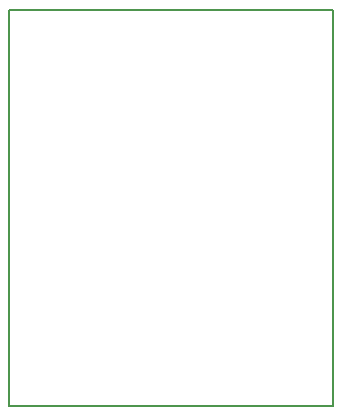
<source format=gbr>
G04 #@! TF.FileFunction,Profile,NP*
%FSLAX46Y46*%
G04 Gerber Fmt 4.6, Leading zero omitted, Abs format (unit mm)*
G04 Created by KiCad (PCBNEW 4.0.0-stable) date 17.06.2016 16:47:32*
%MOMM*%
G01*
G04 APERTURE LIST*
%ADD10C,0.100000*%
%ADD11C,0.150000*%
G04 APERTURE END LIST*
D10*
D11*
X99314000Y-70866000D02*
X126492000Y-70866000D01*
X99314000Y-104394000D02*
X126238000Y-104394000D01*
X99314000Y-70866000D02*
X99314000Y-104394000D01*
X126746000Y-70866000D02*
X126492000Y-70866000D01*
X126746000Y-104394000D02*
X126746000Y-70866000D01*
X126492000Y-104394000D02*
X126746000Y-104394000D01*
X126238000Y-104394000D02*
X126492000Y-104394000D01*
M02*

</source>
